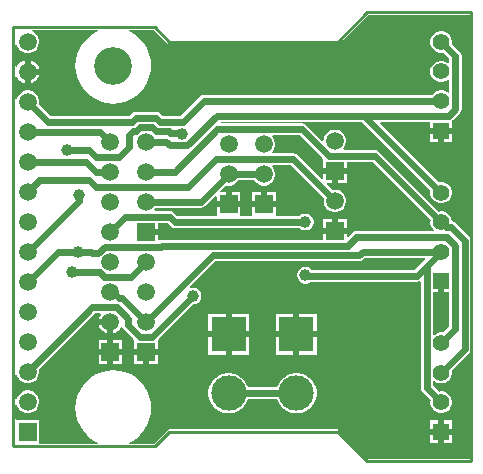
<source format=gbl>
G04*
G04 #@! TF.GenerationSoftware,Altium Limited,Altium Designer,24.0.1 (36)*
G04*
G04 Layer_Physical_Order=2*
G04 Layer_Color=16711680*
%FSLAX25Y25*%
%MOIN*%
G70*
G04*
G04 #@! TF.SameCoordinates,1973DDD8-50FA-473A-AABA-CD6713E7F6C3*
G04*
G04*
G04 #@! TF.FilePolarity,Positive*
G04*
G01*
G75*
%ADD13C,0.00984*%
%ADD28C,0.02362*%
%ADD32C,0.11811*%
%ADD33R,0.11811X0.11811*%
%ADD34C,0.05512*%
%ADD35R,0.05512X0.05512*%
%ADD36C,0.05906*%
%ADD37R,0.05906X0.05906*%
%ADD38C,0.12598*%
%ADD39C,0.03937*%
G36*
X152728Y69896D02*
X152228Y69744D01*
X152044Y70019D01*
X147590Y74472D01*
X146935Y74910D01*
X146273Y75042D01*
Y75271D01*
X146030Y76176D01*
X145562Y76986D01*
X144900Y77649D01*
X144089Y78117D01*
X143185Y78359D01*
X142248D01*
X142066Y78310D01*
X122057Y98319D01*
X121402Y98757D01*
X120629Y98910D01*
X110304D01*
X110113Y99372D01*
X110286Y99546D01*
X110781Y100402D01*
X111036Y101356D01*
Y102344D01*
X110781Y103299D01*
X110286Y104155D01*
X109588Y104853D01*
X108732Y105347D01*
X107778Y105603D01*
X106790D01*
X105835Y105347D01*
X104979Y104853D01*
X104281Y104155D01*
X103787Y103299D01*
X103531Y102344D01*
Y102060D01*
X103069Y101869D01*
X97819Y107119D01*
X97163Y107557D01*
X96390Y107711D01*
X69515D01*
X69247Y108211D01*
X69288Y108271D01*
X116235D01*
X139209Y85296D01*
X139161Y85114D01*
Y84178D01*
X139403Y83273D01*
X139871Y82462D01*
X140533Y81800D01*
X141344Y81332D01*
X142248Y81090D01*
X143185D01*
X144089Y81332D01*
X144900Y81800D01*
X145562Y82462D01*
X146030Y83273D01*
X146273Y84178D01*
Y85114D01*
X146030Y86018D01*
X145562Y86829D01*
X144900Y87491D01*
X144089Y87959D01*
X143185Y88202D01*
X142248D01*
X142066Y88153D01*
X122410Y107809D01*
X122601Y108271D01*
X138961D01*
Y106315D01*
X142717D01*
X146473D01*
Y108764D01*
X146619Y108862D01*
X148919Y111162D01*
X149357Y111818D01*
X149511Y112591D01*
Y130069D01*
X149357Y130842D01*
X148919Y131497D01*
X146224Y134192D01*
X146273Y134374D01*
Y135311D01*
X146030Y136215D01*
X145562Y137026D01*
X144900Y137688D01*
X144089Y138156D01*
X143185Y138399D01*
X142248D01*
X141344Y138156D01*
X140533Y137688D01*
X139871Y137026D01*
X139403Y136215D01*
X139161Y135311D01*
Y134374D01*
X139403Y133470D01*
X139871Y132659D01*
X140533Y131997D01*
X141344Y131529D01*
X142248Y131287D01*
X143185D01*
X143367Y131335D01*
X145471Y129232D01*
Y127928D01*
X145009Y127737D01*
X144900Y127845D01*
X144089Y128314D01*
X143185Y128556D01*
X142248D01*
X141344Y128314D01*
X140533Y127845D01*
X139871Y127183D01*
X139403Y126373D01*
X139161Y125468D01*
Y124532D01*
X139403Y123627D01*
X139871Y122817D01*
X140533Y122154D01*
X141344Y121686D01*
X142248Y121444D01*
X143185D01*
X144089Y121686D01*
X144900Y122154D01*
X145009Y122263D01*
X145471Y122072D01*
Y118086D01*
X145009Y117894D01*
X144900Y118003D01*
X144089Y118471D01*
X143185Y118713D01*
X142248D01*
X141344Y118471D01*
X140533Y118003D01*
X139871Y117341D01*
X139777Y117177D01*
X63558D01*
X62785Y117024D01*
X62129Y116586D01*
X55831Y110288D01*
X49845D01*
X49073Y111060D01*
X48418Y111498D01*
X47645Y111651D01*
X40938D01*
X40165Y111498D01*
X39510Y111060D01*
X38737Y110288D01*
X12412D01*
X8589Y114110D01*
X8674Y114427D01*
Y115415D01*
X8418Y116370D01*
X7924Y117226D01*
X7226Y117924D01*
X6370Y118418D01*
X5415Y118674D01*
X4427D01*
X3473Y118418D01*
X2617Y117924D01*
X1918Y117226D01*
X1424Y116370D01*
X1303Y115916D01*
X803Y115982D01*
Y123162D01*
X1303Y123283D01*
X1758Y122494D01*
X2494Y121758D01*
X3396Y121238D01*
X3921Y121097D01*
Y124921D01*
Y128746D01*
X3396Y128605D01*
X2494Y128084D01*
X1758Y127348D01*
X1303Y126559D01*
X803Y126681D01*
Y133861D01*
X1303Y133926D01*
X1424Y133473D01*
X1918Y132617D01*
X2617Y131918D01*
X3473Y131424D01*
X4427Y131169D01*
X5415D01*
X6370Y131424D01*
X7226Y131918D01*
X7924Y132617D01*
X8418Y133473D01*
X8674Y134427D01*
Y135415D01*
X8418Y136370D01*
X7924Y137226D01*
X7226Y137924D01*
X6370Y138418D01*
X6211Y138461D01*
X6277Y138961D01*
X28181D01*
X28279Y138471D01*
X27722Y138240D01*
X26029Y137203D01*
X24520Y135914D01*
X23231Y134404D01*
X22193Y132712D01*
X21434Y130878D01*
X20970Y128947D01*
X20814Y126969D01*
X20970Y124990D01*
X21434Y123059D01*
X22193Y121226D01*
X23231Y119533D01*
X24520Y118024D01*
X26029Y116735D01*
X27722Y115697D01*
X29555Y114938D01*
X31486Y114474D01*
X33465Y114319D01*
X35443Y114474D01*
X37374Y114938D01*
X39208Y115697D01*
X40900Y116735D01*
X42410Y118024D01*
X43699Y119533D01*
X44736Y121226D01*
X45495Y123059D01*
X45959Y124990D01*
X46115Y126969D01*
X45959Y128947D01*
X45495Y130878D01*
X44736Y132712D01*
X43699Y134404D01*
X42410Y135914D01*
X40900Y137203D01*
X39208Y138240D01*
X38650Y138471D01*
X38748Y138961D01*
X46912D01*
X51598Y134275D01*
X51858Y134101D01*
X52165Y134040D01*
X108268D01*
X108268Y134040D01*
X108575Y134101D01*
X108835Y134275D01*
X108835Y134275D01*
X118443Y143882D01*
X152728Y143882D01*
Y69896D01*
D02*
G37*
G36*
X103052Y96172D02*
X103331Y95803D01*
X103331D01*
X103331Y95803D01*
Y92850D01*
X107283D01*
Y91850D01*
D01*
Y92850D01*
X111236D01*
Y94871D01*
X119792D01*
X139209Y75454D01*
X139161Y75271D01*
Y74335D01*
X139403Y73431D01*
X139871Y72620D01*
X140180Y72311D01*
X139973Y71811D01*
X114465D01*
X113692Y71657D01*
X113037Y71219D01*
X111698Y69881D01*
X111236Y70072D01*
Y70850D01*
X107283D01*
X103331D01*
Y68936D01*
X49616D01*
X48843Y68783D01*
X48744Y68716D01*
X48244Y68966D01*
Y70535D01*
X44291D01*
Y72535D01*
X48244D01*
Y74471D01*
X51454D01*
X52550Y73375D01*
X53205Y72937D01*
X53978Y72783D01*
X95546D01*
X95741Y72588D01*
X96372Y72223D01*
X97076Y72035D01*
X97805D01*
X98510Y72223D01*
X99141Y72588D01*
X99656Y73103D01*
X100021Y73735D01*
X100209Y74439D01*
Y75168D01*
X100021Y75872D01*
X99656Y76503D01*
X99141Y77018D01*
X98510Y77383D01*
X97805Y77572D01*
X97076D01*
X96372Y77383D01*
X95741Y77018D01*
X95546Y76823D01*
X87614D01*
Y79709D01*
X83661D01*
X79709D01*
Y76823D01*
X75803D01*
Y79709D01*
X71850D01*
X67898D01*
Y76823D01*
X54815D01*
X53719Y77919D01*
X53063Y78357D01*
X52290Y78510D01*
X47281D01*
X47074Y79010D01*
X47294Y79231D01*
X47458Y79515D01*
X62677D01*
X63450Y79669D01*
X64105Y80107D01*
X67436Y83437D01*
X67898Y83246D01*
Y81709D01*
X70850D01*
Y84661D01*
X69313D01*
X69122Y85123D01*
X71039Y87041D01*
X71356Y86956D01*
X72344D01*
X73299Y87212D01*
X74155Y87706D01*
X74853Y88404D01*
X75017Y88689D01*
X80494D01*
X80658Y88404D01*
X81357Y87706D01*
X82213Y87212D01*
X83167Y86956D01*
X84155D01*
X85110Y87212D01*
X85966Y87706D01*
X86664Y88404D01*
X87158Y89260D01*
X87414Y90215D01*
Y91203D01*
X87158Y92157D01*
X86664Y93013D01*
X86468Y93209D01*
X86660Y93671D01*
X92607D01*
X103616Y82661D01*
X103531Y82344D01*
Y81356D01*
X103787Y80402D01*
X104281Y79546D01*
X104979Y78847D01*
X105835Y78353D01*
X106790Y78098D01*
X107778D01*
X108732Y78353D01*
X109588Y78847D01*
X110286Y79546D01*
X110781Y80402D01*
X111036Y81356D01*
Y82344D01*
X110781Y83299D01*
X110286Y84155D01*
X109588Y84853D01*
X108732Y85347D01*
X107778Y85603D01*
X106790D01*
X106472Y85518D01*
X104555Y87436D01*
X104746Y87898D01*
X106283D01*
Y90850D01*
X103331D01*
Y89313D01*
X102869Y89122D01*
X94872Y97119D01*
X94216Y97557D01*
X93443Y97711D01*
X86624D01*
X86432Y98172D01*
X86664Y98404D01*
X87158Y99260D01*
X87414Y100215D01*
Y101203D01*
X87158Y102157D01*
X86664Y103013D01*
X86468Y103209D01*
X86660Y103671D01*
X95554D01*
X103052Y96172D01*
D02*
G37*
G36*
X137378Y62479D02*
X133810Y58911D01*
X99532D01*
X99141Y59302D01*
X98510Y59666D01*
X97805Y59855D01*
X97076D01*
X96372Y59666D01*
X95741Y59302D01*
X95226Y58786D01*
X94861Y58155D01*
X94672Y57451D01*
Y56722D01*
X94861Y56018D01*
X95226Y55387D01*
X95741Y54871D01*
X96372Y54507D01*
X97076Y54318D01*
X97805D01*
X98510Y54507D01*
X99140Y54871D01*
X134647D01*
X135371Y55015D01*
X135506Y54990D01*
X135871Y54795D01*
Y19590D01*
X136024Y18817D01*
X136462Y18161D01*
X139209Y15414D01*
X139161Y15232D01*
Y14296D01*
X139403Y13391D01*
X139871Y12580D01*
X140533Y11918D01*
X141344Y11450D01*
X142248Y11208D01*
X143185D01*
X144089Y11450D01*
X144900Y11918D01*
X145562Y12580D01*
X146030Y13391D01*
X146273Y14296D01*
Y15232D01*
X146030Y16136D01*
X145562Y16947D01*
X144900Y17609D01*
X144089Y18077D01*
X143185Y18320D01*
X142248D01*
X142066Y18271D01*
X139910Y20426D01*
Y21730D01*
X140372Y21922D01*
X140533Y21761D01*
X141344Y21293D01*
X142248Y21050D01*
X143185D01*
X144089Y21293D01*
X144900Y21761D01*
X145562Y22423D01*
X146030Y23234D01*
X146273Y24138D01*
Y25074D01*
X146224Y25257D01*
X152044Y31077D01*
X152228Y31352D01*
X152728Y31200D01*
Y-4118D01*
X117384D01*
X108498Y5467D01*
X108485Y5476D01*
X108476Y5489D01*
X108359Y5568D01*
X108244Y5651D01*
X108229Y5654D01*
X108216Y5663D01*
X108077Y5691D01*
X107939Y5723D01*
X107924Y5721D01*
X107909Y5724D01*
X52165D01*
X51858Y5663D01*
X51598Y5489D01*
X51598Y5489D01*
X46912Y803D01*
X38748D01*
X38650Y1293D01*
X39208Y1524D01*
X40900Y2561D01*
X42410Y3850D01*
X43699Y5360D01*
X44736Y7052D01*
X45495Y8886D01*
X45959Y10817D01*
X46115Y12795D01*
X45959Y14774D01*
X45495Y16704D01*
X44736Y18538D01*
X43699Y20231D01*
X42410Y21740D01*
X40900Y23029D01*
X39208Y24067D01*
X37374Y24826D01*
X35443Y25290D01*
X33465Y25445D01*
X31486Y25290D01*
X29555Y24826D01*
X27722Y24067D01*
X26029Y23029D01*
X24520Y21740D01*
X23231Y20231D01*
X22193Y18538D01*
X21434Y16704D01*
X20970Y14774D01*
X20814Y12795D01*
X20970Y10817D01*
X21434Y8886D01*
X22193Y7052D01*
X23231Y5360D01*
X24520Y3850D01*
X26029Y2561D01*
X27722Y1524D01*
X28279Y1293D01*
X28181Y803D01*
X8998D01*
X8674Y1169D01*
X8674Y1303D01*
Y8674D01*
X1303D01*
X1169Y8674D01*
X803Y8998D01*
Y13861D01*
X1303Y13927D01*
X1424Y13473D01*
X1918Y12617D01*
X2617Y11918D01*
X3473Y11424D01*
X4427Y11169D01*
X5415D01*
X6370Y11424D01*
X7226Y11918D01*
X7924Y12617D01*
X8418Y13473D01*
X8674Y14427D01*
Y15415D01*
X8418Y16370D01*
X7924Y17226D01*
X7226Y17924D01*
X6370Y18418D01*
X5415Y18674D01*
X4427D01*
X3473Y18418D01*
X2617Y17924D01*
X1918Y17226D01*
X1424Y16370D01*
X1303Y15916D01*
X803Y15982D01*
Y23861D01*
X1303Y23926D01*
X1424Y23473D01*
X1918Y22617D01*
X2617Y21918D01*
X3473Y21424D01*
X4427Y21169D01*
X5415D01*
X6370Y21424D01*
X7226Y21918D01*
X7924Y22617D01*
X8418Y23473D01*
X8674Y24427D01*
Y25415D01*
X8589Y25732D01*
X27266Y44410D01*
X29151D01*
X29342Y43948D01*
X29317Y43923D01*
X28797Y43022D01*
X28656Y42496D01*
X32480D01*
Y41496D01*
X33480D01*
Y37672D01*
X34006Y37813D01*
X34907Y38333D01*
X35643Y39069D01*
X36002Y39690D01*
X36361Y39663D01*
X36540Y39621D01*
X36958Y38996D01*
X40105Y35849D01*
X40339Y35449D01*
X40339D01*
X40339Y35449D01*
Y32496D01*
X44291D01*
X48244D01*
Y35449D01*
X48244Y35449D01*
X48244D01*
X48520Y35821D01*
X60127Y47428D01*
X60404D01*
X61108Y47617D01*
X61739Y47982D01*
X62255Y48497D01*
X62619Y49128D01*
X62808Y49832D01*
Y50561D01*
X62619Y51265D01*
X62255Y51897D01*
X61739Y52412D01*
X61108Y52777D01*
X60404Y52965D01*
X59675D01*
X59196Y52837D01*
X58937Y53285D01*
X67386Y61734D01*
X115380D01*
X116153Y61888D01*
X116808Y62326D01*
X117423Y62941D01*
X137187D01*
X137378Y62479D01*
D02*
G37*
G36*
X143717Y51362D02*
X145434D01*
Y40022D01*
X143367Y37956D01*
X143185Y38005D01*
X142248D01*
X141344Y37762D01*
X140533Y37294D01*
X140372Y37133D01*
X139910Y37325D01*
Y51362D01*
X141717D01*
Y55118D01*
X143717D01*
Y51362D01*
D02*
G37*
%LPC*%
G36*
X5921Y128746D02*
Y125921D01*
X8746D01*
X8605Y126447D01*
X8084Y127348D01*
X7348Y128084D01*
X6447Y128605D01*
X5921Y128746D01*
D02*
G37*
G36*
X8746Y123921D02*
X5921D01*
Y121097D01*
X6447Y121238D01*
X7348Y121758D01*
X8084Y122494D01*
X8605Y123396D01*
X8746Y123921D01*
D02*
G37*
G36*
X146473Y104315D02*
X143717D01*
Y101559D01*
X146473D01*
Y104315D01*
D02*
G37*
G36*
X141717D02*
X138961D01*
Y101559D01*
X141717D01*
Y104315D01*
D02*
G37*
G36*
X111236Y90850D02*
X108283D01*
Y87898D01*
X111236D01*
Y90850D01*
D02*
G37*
G36*
X87614Y84661D02*
X84661D01*
Y81709D01*
X87614D01*
Y84661D01*
D02*
G37*
G36*
X75803D02*
X72850D01*
Y81709D01*
X75803D01*
Y84661D01*
D02*
G37*
G36*
X82661D02*
X79709D01*
Y81709D01*
X82661D01*
Y84661D01*
D02*
G37*
G36*
X111236Y75803D02*
X108283D01*
Y72850D01*
X111236D01*
Y75803D01*
D02*
G37*
G36*
X106283D02*
X103331D01*
Y72850D01*
X106283D01*
Y75803D01*
D02*
G37*
G36*
X101394Y44307D02*
X95488D01*
Y38401D01*
X101394D01*
Y44307D01*
D02*
G37*
G36*
X78756D02*
X72850D01*
Y38401D01*
X78756D01*
Y44307D01*
D02*
G37*
G36*
X93488D02*
X87583D01*
Y38401D01*
X93488D01*
Y44307D01*
D02*
G37*
G36*
X70850D02*
X64945D01*
Y38401D01*
X70850D01*
Y44307D01*
D02*
G37*
G36*
X31480Y40496D02*
X28656D01*
X28797Y39970D01*
X29317Y39069D01*
X30053Y38333D01*
X30955Y37813D01*
X31480Y37672D01*
Y40496D01*
D02*
G37*
G36*
X36433Y35449D02*
X33480D01*
Y32496D01*
X36433D01*
Y35449D01*
D02*
G37*
G36*
X31480D02*
X28528D01*
Y32496D01*
X31480D01*
Y35449D01*
D02*
G37*
G36*
X101394Y36402D02*
X95488D01*
Y30496D01*
X101394D01*
Y36402D01*
D02*
G37*
G36*
X93488D02*
X87583D01*
Y30496D01*
X93488D01*
Y36402D01*
D02*
G37*
G36*
X78756D02*
X72850D01*
Y30496D01*
X78756D01*
Y36402D01*
D02*
G37*
G36*
X70850D02*
X64945D01*
Y30496D01*
X70850D01*
Y36402D01*
D02*
G37*
G36*
X48244Y30496D02*
X45291D01*
Y27543D01*
X48244D01*
Y30496D01*
D02*
G37*
G36*
X43291D02*
X40339D01*
Y27543D01*
X43291D01*
Y30496D01*
D02*
G37*
G36*
X36433Y30496D02*
X33480D01*
Y27543D01*
X36433D01*
Y30496D01*
D02*
G37*
G36*
X31480D02*
X28528D01*
Y27543D01*
X31480D01*
Y30496D01*
D02*
G37*
G36*
X95149Y24422D02*
X93828D01*
X92532Y24164D01*
X91312Y23659D01*
X90214Y22925D01*
X89280Y21991D01*
X88546Y20893D01*
X88067Y19737D01*
X78272D01*
X77793Y20893D01*
X77059Y21991D01*
X76125Y22925D01*
X75027Y23659D01*
X73806Y24164D01*
X72511Y24422D01*
X71190D01*
X69894Y24164D01*
X68674Y23659D01*
X67576Y22925D01*
X66642Y21991D01*
X65908Y20893D01*
X65403Y19672D01*
X65145Y18377D01*
Y17056D01*
X65403Y15761D01*
X65908Y14540D01*
X66642Y13442D01*
X67576Y12508D01*
X68674Y11774D01*
X69894Y11269D01*
X71190Y11011D01*
X72511D01*
X73806Y11269D01*
X75027Y11774D01*
X76125Y12508D01*
X77059Y13442D01*
X77793Y14540D01*
X78272Y15697D01*
X88067D01*
X88546Y14540D01*
X89280Y13442D01*
X90214Y12508D01*
X91312Y11774D01*
X92532Y11269D01*
X93828Y11011D01*
X95149D01*
X96444Y11269D01*
X97664Y11774D01*
X98763Y12508D01*
X99697Y13442D01*
X100431Y14540D01*
X100936Y15761D01*
X101194Y17056D01*
Y18377D01*
X100936Y19672D01*
X100431Y20893D01*
X99697Y21991D01*
X98763Y22925D01*
X97664Y23659D01*
X96444Y24164D01*
X95149Y24422D01*
D02*
G37*
G36*
X146473Y8677D02*
X143717D01*
Y5921D01*
X146473D01*
Y8677D01*
D02*
G37*
G36*
X141717D02*
X138961D01*
Y5921D01*
X141717D01*
Y8677D01*
D02*
G37*
G36*
X146473Y3921D02*
X143717D01*
Y1165D01*
X146473D01*
Y3921D01*
D02*
G37*
G36*
X141717D02*
X138961D01*
Y1165D01*
X141717D01*
Y3921D01*
D02*
G37*
%LPD*%
D13*
X152559Y-4921D02*
Y144685D01*
X0Y0D02*
Y139764D01*
Y0D02*
X47244D01*
X52165Y4921D01*
X108268D01*
X118110Y-4921D01*
X152559D01*
X118110Y144685D02*
X152559D01*
X108268Y134843D02*
X118110Y144685D01*
X52165Y134843D02*
X108268D01*
X47244Y139764D02*
X52165Y134843D01*
X0Y139764D02*
X47244D01*
D28*
X56189Y104619D02*
X56490Y104318D01*
X38591Y103722D02*
X39974Y105105D01*
X52272Y100368D02*
X58126D01*
X38591Y99691D02*
Y103722D01*
X39974Y105105D02*
X40884D01*
X46335Y106469D02*
X47699Y105105D01*
X49009Y108268D02*
X56668D01*
X47645Y109631D02*
X49009Y108268D01*
X47699Y105105D02*
X52007D01*
X40884D02*
X42248Y106469D01*
X40938Y109631D02*
X47645D01*
X51105Y101535D02*
X52272Y100368D01*
X39574Y108268D02*
X40938Y109631D01*
X52007Y105105D02*
X52493Y104619D01*
X4921Y114921D02*
X11575Y108268D01*
X44291Y101535D02*
X51105D01*
X42248Y106469D02*
X46335D01*
X11575Y108268D02*
X39574D01*
X56668D02*
X63558Y115157D01*
X68049Y110291D02*
X117072D01*
X58126Y100368D02*
X68049Y110291D01*
X52493Y104619D02*
X56189D01*
X36195Y49592D02*
X44291Y41496D01*
X35343Y49592D02*
X36195D01*
X42248Y36562D02*
X46405D01*
X4921Y24921D02*
X26430Y46430D01*
X34524D02*
X38386Y42568D01*
Y40424D02*
X42248Y36562D01*
X26430Y46430D02*
X34524D01*
X46405Y36562D02*
X60039Y50197D01*
X32480Y51496D02*
X33439D01*
X38386Y40424D02*
Y42568D01*
X33439Y51496D02*
X35343Y49592D01*
X44291Y41496D02*
X66549Y63754D01*
X39286Y56490D02*
X44291Y61496D01*
X30489Y56490D02*
X39286D01*
X97441Y57087D02*
X97637Y56890D01*
X134647D01*
X52290Y76490D02*
X53978Y74803D01*
X97441D01*
X4921Y54921D02*
X14961Y64961D01*
X28908Y58071D02*
X30489Y56490D01*
X19685Y58071D02*
X28908D01*
X14961Y64961D02*
X21654D01*
X26390Y64340D02*
X28346D01*
X26070Y64659D02*
X26390Y64340D01*
X21654Y64961D02*
X21955Y64659D01*
X28346Y64340D02*
X30569Y66562D01*
X21955Y64659D02*
X26070D01*
X49262Y66562D02*
X49616Y66916D01*
X30569Y66562D02*
X49262D01*
X137891Y60135D02*
X142717Y64961D01*
X134647Y56890D02*
X137891Y60135D01*
X117072Y110291D02*
X145191D01*
X63558Y115157D02*
X142717D01*
X120629Y96890D02*
X142717Y74803D01*
X105191Y96890D02*
X120629D01*
X96390Y105691D02*
X105191Y96890D01*
X68016Y105691D02*
X96390D01*
X53861Y91535D02*
X68016Y105691D01*
X44291Y91535D02*
X53861D01*
X117072Y110291D02*
X142717Y84646D01*
X49616Y66916D02*
X111591D01*
X114465Y69791D01*
X144591D01*
X147453Y66927D01*
Y39186D02*
Y66927D01*
X142717Y34449D02*
X147453Y39186D01*
X35391Y96491D02*
X38591Y99691D01*
X27691Y96491D02*
X35391D01*
X25291Y98891D02*
X27691Y96491D01*
X17990Y98891D02*
X25291D01*
X93443Y95691D02*
X107283Y81850D01*
X67590Y95691D02*
X93443D01*
X58390Y86490D02*
X67590Y95691D01*
X27591Y86490D02*
X58390D01*
X25390Y88691D02*
X27591Y86490D01*
X8691Y88691D02*
X25390D01*
X4921Y84921D02*
X8691Y88691D01*
X4921Y104921D02*
X29055D01*
X32480Y101496D01*
X44291Y81535D02*
X62677D01*
X71850Y90709D01*
X66549Y63754D02*
X115380D01*
X116586Y64961D01*
X142717D01*
Y74803D02*
X144475Y73044D01*
X146162D01*
X150616Y68590D01*
Y32506D02*
Y68590D01*
X142717Y24606D02*
X150616Y32506D01*
X145191Y110291D02*
X147491Y112591D01*
Y130069D01*
X142717Y134843D02*
X147491Y130069D01*
X137891Y19590D02*
X142717Y14764D01*
X137891Y19590D02*
Y60135D01*
X27774Y91496D02*
X32480D01*
X24349Y94921D02*
X27774Y91496D01*
X4921Y94921D02*
X24349D01*
X21891Y81890D02*
Y83925D01*
X4921Y64921D02*
X21891Y81890D01*
X37475Y76490D02*
X52290D01*
X32480Y71496D02*
X37475Y76490D01*
X71850Y90709D02*
X83661D01*
X71850Y17717D02*
X94488D01*
D32*
D03*
X71850D02*
D03*
D33*
X94488Y37402D02*
D03*
X71850D02*
D03*
D34*
X142717Y125000D02*
D03*
Y115157D02*
D03*
Y134843D02*
D03*
Y74803D02*
D03*
Y64961D02*
D03*
Y84646D02*
D03*
Y24606D02*
D03*
Y14764D02*
D03*
Y34449D02*
D03*
D35*
Y105315D02*
D03*
Y55118D02*
D03*
Y4921D02*
D03*
D36*
X71850Y100709D02*
D03*
Y90709D02*
D03*
X44291Y81535D02*
D03*
Y91535D02*
D03*
Y101535D02*
D03*
X83661Y100709D02*
D03*
Y90709D02*
D03*
X107283Y101850D02*
D03*
Y81850D02*
D03*
X44291Y61496D02*
D03*
Y51496D02*
D03*
Y41496D02*
D03*
X32480Y41496D02*
D03*
Y51496D02*
D03*
Y61496D02*
D03*
Y71496D02*
D03*
Y81496D02*
D03*
Y91496D02*
D03*
Y101496D02*
D03*
X4921Y134921D02*
D03*
Y124921D02*
D03*
Y114921D02*
D03*
Y104921D02*
D03*
Y94921D02*
D03*
Y84921D02*
D03*
Y74921D02*
D03*
Y64921D02*
D03*
Y54921D02*
D03*
Y44921D02*
D03*
Y34921D02*
D03*
Y24921D02*
D03*
Y14921D02*
D03*
D37*
X71850Y80709D02*
D03*
X44291Y71535D02*
D03*
X83661Y80709D02*
D03*
X107283Y91850D02*
D03*
Y71850D02*
D03*
X44291Y31496D02*
D03*
X32480Y31496D02*
D03*
X4921Y4921D02*
D03*
D38*
X33465Y126969D02*
D03*
D39*
X148622Y95472D02*
D03*
X133858Y136811D02*
D03*
X130905Y130905D02*
D03*
Y36417D02*
D03*
Y24606D02*
D03*
Y12795D02*
D03*
X133858Y6890D02*
D03*
X130905Y984D02*
D03*
X127953Y136811D02*
D03*
X125000Y130905D02*
D03*
X127953Y125000D02*
D03*
X125000Y83661D02*
D03*
X127953Y77756D02*
D03*
X125000Y48228D02*
D03*
X127953Y42323D02*
D03*
X125000Y36417D02*
D03*
X127953Y30512D02*
D03*
X125000Y24606D02*
D03*
X127953Y18701D02*
D03*
X125000Y12795D02*
D03*
X127953Y6890D02*
D03*
X125000Y984D02*
D03*
X122047Y136811D02*
D03*
X119094Y130905D02*
D03*
X122047Y125000D02*
D03*
Y77756D02*
D03*
Y42323D02*
D03*
Y30512D02*
D03*
Y18701D02*
D03*
Y6890D02*
D03*
X119094Y984D02*
D03*
X116142Y136811D02*
D03*
X113189Y130905D02*
D03*
X116142Y125000D02*
D03*
X107283Y130905D02*
D03*
X110236Y125000D02*
D03*
X101378Y130905D02*
D03*
X104331Y125000D02*
D03*
X101378Y48228D02*
D03*
Y24606D02*
D03*
X95472Y130905D02*
D03*
X98425Y125000D02*
D03*
X95472Y83661D02*
D03*
Y48228D02*
D03*
X89567Y130905D02*
D03*
X92520Y125000D02*
D03*
X89567Y48228D02*
D03*
X83661Y130905D02*
D03*
X86614Y125000D02*
D03*
Y54134D02*
D03*
X83661Y48228D02*
D03*
Y36417D02*
D03*
Y24606D02*
D03*
X77756Y130905D02*
D03*
X80709Y125000D02*
D03*
Y54134D02*
D03*
X77756Y48228D02*
D03*
X71850Y130905D02*
D03*
X74803Y125000D02*
D03*
Y54134D02*
D03*
X71850Y48228D02*
D03*
X65945Y130905D02*
D03*
X68898Y125000D02*
D03*
Y54134D02*
D03*
X65945Y48228D02*
D03*
X60039Y130905D02*
D03*
X62992Y125000D02*
D03*
X60039Y119094D02*
D03*
Y36417D02*
D03*
Y24606D02*
D03*
Y12795D02*
D03*
X54134Y130905D02*
D03*
X57087Y125000D02*
D03*
X54134Y119094D02*
D03*
Y36417D02*
D03*
X57087Y30512D02*
D03*
X54134Y24606D02*
D03*
X57087Y18701D02*
D03*
X54134Y12795D02*
D03*
X51181Y125000D02*
D03*
X48228Y119094D02*
D03*
X51181Y18701D02*
D03*
X12795Y119094D02*
D03*
X15748Y6890D02*
D03*
X56490Y104318D02*
D03*
X60039Y50197D02*
D03*
X97441Y57087D02*
D03*
Y74803D02*
D03*
X19685Y58071D02*
D03*
X21654Y64961D02*
D03*
X17990Y98891D02*
D03*
X21891Y83925D02*
D03*
M02*

</source>
